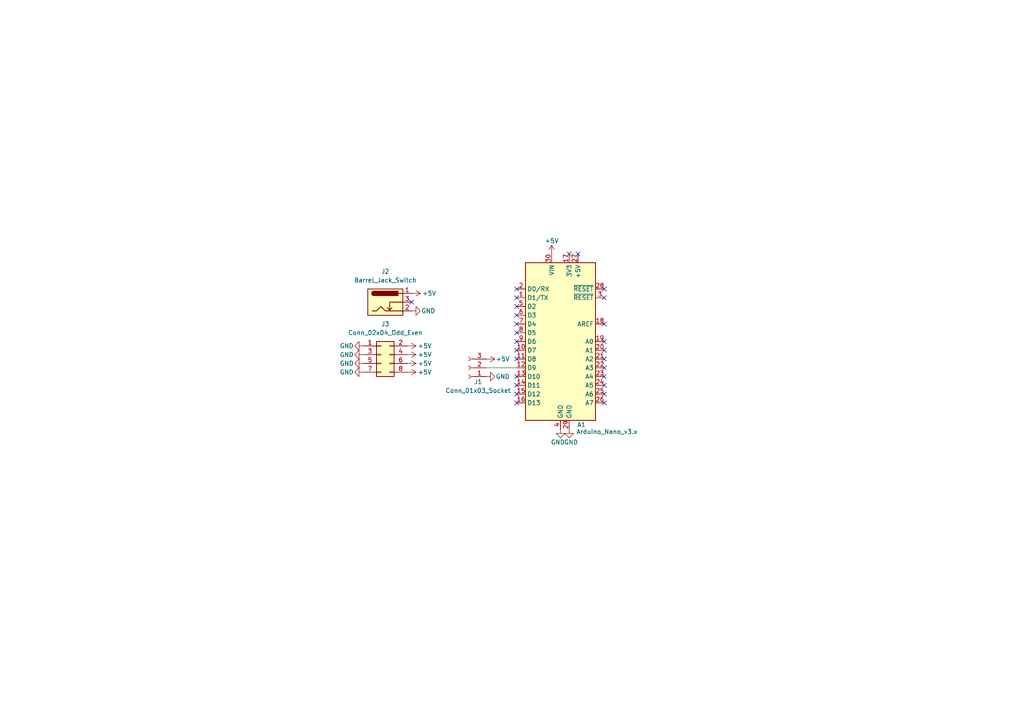
<source format=kicad_sch>
(kicad_sch
	(version 20250114)
	(generator "eeschema")
	(generator_version "9.0")
	(uuid "f20a69de-f8b5-41be-ae38-89a0610ad920")
	(paper "A4")
	(lib_symbols
		(symbol "Connector:Barrel_Jack_Switch"
			(pin_names
				(hide yes)
			)
			(exclude_from_sim no)
			(in_bom yes)
			(on_board yes)
			(property "Reference" "J"
				(at 0 5.334 0)
				(effects
					(font
						(size 1.27 1.27)
					)
				)
			)
			(property "Value" "Barrel_Jack_Switch"
				(at 0 -5.08 0)
				(effects
					(font
						(size 1.27 1.27)
					)
				)
			)
			(property "Footprint" ""
				(at 1.27 -1.016 0)
				(effects
					(font
						(size 1.27 1.27)
					)
					(hide yes)
				)
			)
			(property "Datasheet" "~"
				(at 1.27 -1.016 0)
				(effects
					(font
						(size 1.27 1.27)
					)
					(hide yes)
				)
			)
			(property "Description" "DC Barrel Jack with an internal switch"
				(at 0 0 0)
				(effects
					(font
						(size 1.27 1.27)
					)
					(hide yes)
				)
			)
			(property "ki_keywords" "DC power barrel jack connector"
				(at 0 0 0)
				(effects
					(font
						(size 1.27 1.27)
					)
					(hide yes)
				)
			)
			(property "ki_fp_filters" "BarrelJack*"
				(at 0 0 0)
				(effects
					(font
						(size 1.27 1.27)
					)
					(hide yes)
				)
			)
			(symbol "Barrel_Jack_Switch_0_1"
				(rectangle
					(start -5.08 3.81)
					(end 5.08 -3.81)
					(stroke
						(width 0.254)
						(type default)
					)
					(fill
						(type background)
					)
				)
				(polyline
					(pts
						(xy -3.81 -2.54) (xy -2.54 -2.54) (xy -1.27 -1.27) (xy 0 -2.54) (xy 2.54 -2.54) (xy 5.08 -2.54)
					)
					(stroke
						(width 0.254)
						(type default)
					)
					(fill
						(type none)
					)
				)
				(arc
					(start -3.302 1.905)
					(mid -3.9343 2.54)
					(end -3.302 3.175)
					(stroke
						(width 0.254)
						(type default)
					)
					(fill
						(type none)
					)
				)
				(arc
					(start -3.302 1.905)
					(mid -3.9343 2.54)
					(end -3.302 3.175)
					(stroke
						(width 0.254)
						(type default)
					)
					(fill
						(type outline)
					)
				)
				(polyline
					(pts
						(xy 1.27 -2.286) (xy 1.905 -1.651)
					)
					(stroke
						(width 0.254)
						(type default)
					)
					(fill
						(type none)
					)
				)
				(rectangle
					(start 3.683 3.175)
					(end -3.302 1.905)
					(stroke
						(width 0.254)
						(type default)
					)
					(fill
						(type outline)
					)
				)
				(polyline
					(pts
						(xy 5.08 2.54) (xy 3.81 2.54)
					)
					(stroke
						(width 0.254)
						(type default)
					)
					(fill
						(type none)
					)
				)
				(polyline
					(pts
						(xy 5.08 0) (xy 1.27 0) (xy 1.27 -2.286) (xy 0.635 -1.651)
					)
					(stroke
						(width 0.254)
						(type default)
					)
					(fill
						(type none)
					)
				)
			)
			(symbol "Barrel_Jack_Switch_1_1"
				(pin passive line
					(at 7.62 2.54 180)
					(length 2.54)
					(name "~"
						(effects
							(font
								(size 1.27 1.27)
							)
						)
					)
					(number "1"
						(effects
							(font
								(size 1.27 1.27)
							)
						)
					)
				)
				(pin passive line
					(at 7.62 0 180)
					(length 2.54)
					(name "~"
						(effects
							(font
								(size 1.27 1.27)
							)
						)
					)
					(number "3"
						(effects
							(font
								(size 1.27 1.27)
							)
						)
					)
				)
				(pin passive line
					(at 7.62 -2.54 180)
					(length 2.54)
					(name "~"
						(effects
							(font
								(size 1.27 1.27)
							)
						)
					)
					(number "2"
						(effects
							(font
								(size 1.27 1.27)
							)
						)
					)
				)
			)
			(embedded_fonts no)
		)
		(symbol "Connector:Conn_01x03_Socket"
			(pin_names
				(offset 1.016)
				(hide yes)
			)
			(exclude_from_sim no)
			(in_bom yes)
			(on_board yes)
			(property "Reference" "J"
				(at 0 5.08 0)
				(effects
					(font
						(size 1.27 1.27)
					)
				)
			)
			(property "Value" "Conn_01x03_Socket"
				(at 0 -5.08 0)
				(effects
					(font
						(size 1.27 1.27)
					)
				)
			)
			(property "Footprint" ""
				(at 0 0 0)
				(effects
					(font
						(size 1.27 1.27)
					)
					(hide yes)
				)
			)
			(property "Datasheet" "~"
				(at 0 0 0)
				(effects
					(font
						(size 1.27 1.27)
					)
					(hide yes)
				)
			)
			(property "Description" "Generic connector, single row, 01x03, script generated"
				(at 0 0 0)
				(effects
					(font
						(size 1.27 1.27)
					)
					(hide yes)
				)
			)
			(property "ki_locked" ""
				(at 0 0 0)
				(effects
					(font
						(size 1.27 1.27)
					)
				)
			)
			(property "ki_keywords" "connector"
				(at 0 0 0)
				(effects
					(font
						(size 1.27 1.27)
					)
					(hide yes)
				)
			)
			(property "ki_fp_filters" "Connector*:*_1x??_*"
				(at 0 0 0)
				(effects
					(font
						(size 1.27 1.27)
					)
					(hide yes)
				)
			)
			(symbol "Conn_01x03_Socket_1_1"
				(polyline
					(pts
						(xy -1.27 2.54) (xy -0.508 2.54)
					)
					(stroke
						(width 0.1524)
						(type default)
					)
					(fill
						(type none)
					)
				)
				(polyline
					(pts
						(xy -1.27 0) (xy -0.508 0)
					)
					(stroke
						(width 0.1524)
						(type default)
					)
					(fill
						(type none)
					)
				)
				(polyline
					(pts
						(xy -1.27 -2.54) (xy -0.508 -2.54)
					)
					(stroke
						(width 0.1524)
						(type default)
					)
					(fill
						(type none)
					)
				)
				(arc
					(start 0 2.032)
					(mid -0.5058 2.54)
					(end 0 3.048)
					(stroke
						(width 0.1524)
						(type default)
					)
					(fill
						(type none)
					)
				)
				(arc
					(start 0 -0.508)
					(mid -0.5058 0)
					(end 0 0.508)
					(stroke
						(width 0.1524)
						(type default)
					)
					(fill
						(type none)
					)
				)
				(arc
					(start 0 -3.048)
					(mid -0.5058 -2.54)
					(end 0 -2.032)
					(stroke
						(width 0.1524)
						(type default)
					)
					(fill
						(type none)
					)
				)
				(pin passive line
					(at -5.08 2.54 0)
					(length 3.81)
					(name "Pin_1"
						(effects
							(font
								(size 1.27 1.27)
							)
						)
					)
					(number "1"
						(effects
							(font
								(size 1.27 1.27)
							)
						)
					)
				)
				(pin passive line
					(at -5.08 0 0)
					(length 3.81)
					(name "Pin_2"
						(effects
							(font
								(size 1.27 1.27)
							)
						)
					)
					(number "2"
						(effects
							(font
								(size 1.27 1.27)
							)
						)
					)
				)
				(pin passive line
					(at -5.08 -2.54 0)
					(length 3.81)
					(name "Pin_3"
						(effects
							(font
								(size 1.27 1.27)
							)
						)
					)
					(number "3"
						(effects
							(font
								(size 1.27 1.27)
							)
						)
					)
				)
			)
			(embedded_fonts no)
		)
		(symbol "Connector_Generic:Conn_02x04_Odd_Even"
			(pin_names
				(offset 1.016)
				(hide yes)
			)
			(exclude_from_sim no)
			(in_bom yes)
			(on_board yes)
			(property "Reference" "J"
				(at 1.27 5.08 0)
				(effects
					(font
						(size 1.27 1.27)
					)
				)
			)
			(property "Value" "Conn_02x04_Odd_Even"
				(at 1.27 -7.62 0)
				(effects
					(font
						(size 1.27 1.27)
					)
				)
			)
			(property "Footprint" ""
				(at 0 0 0)
				(effects
					(font
						(size 1.27 1.27)
					)
					(hide yes)
				)
			)
			(property "Datasheet" "~"
				(at 0 0 0)
				(effects
					(font
						(size 1.27 1.27)
					)
					(hide yes)
				)
			)
			(property "Description" "Generic connector, double row, 02x04, odd/even pin numbering scheme (row 1 odd numbers, row 2 even numbers), script generated (kicad-library-utils/schlib/autogen/connector/)"
				(at 0 0 0)
				(effects
					(font
						(size 1.27 1.27)
					)
					(hide yes)
				)
			)
			(property "ki_keywords" "connector"
				(at 0 0 0)
				(effects
					(font
						(size 1.27 1.27)
					)
					(hide yes)
				)
			)
			(property "ki_fp_filters" "Connector*:*_2x??_*"
				(at 0 0 0)
				(effects
					(font
						(size 1.27 1.27)
					)
					(hide yes)
				)
			)
			(symbol "Conn_02x04_Odd_Even_1_1"
				(rectangle
					(start -1.27 3.81)
					(end 3.81 -6.35)
					(stroke
						(width 0.254)
						(type default)
					)
					(fill
						(type background)
					)
				)
				(rectangle
					(start -1.27 2.667)
					(end 0 2.413)
					(stroke
						(width 0.1524)
						(type default)
					)
					(fill
						(type none)
					)
				)
				(rectangle
					(start -1.27 0.127)
					(end 0 -0.127)
					(stroke
						(width 0.1524)
						(type default)
					)
					(fill
						(type none)
					)
				)
				(rectangle
					(start -1.27 -2.413)
					(end 0 -2.667)
					(stroke
						(width 0.1524)
						(type default)
					)
					(fill
						(type none)
					)
				)
				(rectangle
					(start -1.27 -4.953)
					(end 0 -5.207)
					(stroke
						(width 0.1524)
						(type default)
					)
					(fill
						(type none)
					)
				)
				(rectangle
					(start 3.81 2.667)
					(end 2.54 2.413)
					(stroke
						(width 0.1524)
						(type default)
					)
					(fill
						(type none)
					)
				)
				(rectangle
					(start 3.81 0.127)
					(end 2.54 -0.127)
					(stroke
						(width 0.1524)
						(type default)
					)
					(fill
						(type none)
					)
				)
				(rectangle
					(start 3.81 -2.413)
					(end 2.54 -2.667)
					(stroke
						(width 0.1524)
						(type default)
					)
					(fill
						(type none)
					)
				)
				(rectangle
					(start 3.81 -4.953)
					(end 2.54 -5.207)
					(stroke
						(width 0.1524)
						(type default)
					)
					(fill
						(type none)
					)
				)
				(pin passive line
					(at -5.08 2.54 0)
					(length 3.81)
					(name "Pin_1"
						(effects
							(font
								(size 1.27 1.27)
							)
						)
					)
					(number "1"
						(effects
							(font
								(size 1.27 1.27)
							)
						)
					)
				)
				(pin passive line
					(at -5.08 0 0)
					(length 3.81)
					(name "Pin_3"
						(effects
							(font
								(size 1.27 1.27)
							)
						)
					)
					(number "3"
						(effects
							(font
								(size 1.27 1.27)
							)
						)
					)
				)
				(pin passive line
					(at -5.08 -2.54 0)
					(length 3.81)
					(name "Pin_5"
						(effects
							(font
								(size 1.27 1.27)
							)
						)
					)
					(number "5"
						(effects
							(font
								(size 1.27 1.27)
							)
						)
					)
				)
				(pin passive line
					(at -5.08 -5.08 0)
					(length 3.81)
					(name "Pin_7"
						(effects
							(font
								(size 1.27 1.27)
							)
						)
					)
					(number "7"
						(effects
							(font
								(size 1.27 1.27)
							)
						)
					)
				)
				(pin passive line
					(at 7.62 2.54 180)
					(length 3.81)
					(name "Pin_2"
						(effects
							(font
								(size 1.27 1.27)
							)
						)
					)
					(number "2"
						(effects
							(font
								(size 1.27 1.27)
							)
						)
					)
				)
				(pin passive line
					(at 7.62 0 180)
					(length 3.81)
					(name "Pin_4"
						(effects
							(font
								(size 1.27 1.27)
							)
						)
					)
					(number "4"
						(effects
							(font
								(size 1.27 1.27)
							)
						)
					)
				)
				(pin passive line
					(at 7.62 -2.54 180)
					(length 3.81)
					(name "Pin_6"
						(effects
							(font
								(size 1.27 1.27)
							)
						)
					)
					(number "6"
						(effects
							(font
								(size 1.27 1.27)
							)
						)
					)
				)
				(pin passive line
					(at 7.62 -5.08 180)
					(length 3.81)
					(name "Pin_8"
						(effects
							(font
								(size 1.27 1.27)
							)
						)
					)
					(number "8"
						(effects
							(font
								(size 1.27 1.27)
							)
						)
					)
				)
			)
			(embedded_fonts no)
		)
		(symbol "MCU_Module:Arduino_Nano_v3.x"
			(exclude_from_sim no)
			(in_bom yes)
			(on_board yes)
			(property "Reference" "A"
				(at -10.16 23.495 0)
				(effects
					(font
						(size 1.27 1.27)
					)
					(justify left bottom)
				)
			)
			(property "Value" "Arduino_Nano_v3.x"
				(at 5.08 -24.13 0)
				(effects
					(font
						(size 1.27 1.27)
					)
					(justify left top)
				)
			)
			(property "Footprint" "Module:Arduino_Nano"
				(at 0 0 0)
				(effects
					(font
						(size 1.27 1.27)
						(italic yes)
					)
					(hide yes)
				)
			)
			(property "Datasheet" "http://www.mouser.com/pdfdocs/Gravitech_Arduino_Nano3_0.pdf"
				(at 0 0 0)
				(effects
					(font
						(size 1.27 1.27)
					)
					(hide yes)
				)
			)
			(property "Description" "Arduino Nano v3.x"
				(at 0 0 0)
				(effects
					(font
						(size 1.27 1.27)
					)
					(hide yes)
				)
			)
			(property "ki_keywords" "Arduino nano microcontroller module USB"
				(at 0 0 0)
				(effects
					(font
						(size 1.27 1.27)
					)
					(hide yes)
				)
			)
			(property "ki_fp_filters" "Arduino*Nano*"
				(at 0 0 0)
				(effects
					(font
						(size 1.27 1.27)
					)
					(hide yes)
				)
			)
			(symbol "Arduino_Nano_v3.x_0_1"
				(rectangle
					(start -10.16 22.86)
					(end 10.16 -22.86)
					(stroke
						(width 0.254)
						(type default)
					)
					(fill
						(type background)
					)
				)
			)
			(symbol "Arduino_Nano_v3.x_1_1"
				(pin bidirectional line
					(at -12.7 15.24 0)
					(length 2.54)
					(name "D0/RX"
						(effects
							(font
								(size 1.27 1.27)
							)
						)
					)
					(number "2"
						(effects
							(font
								(size 1.27 1.27)
							)
						)
					)
				)
				(pin bidirectional line
					(at -12.7 12.7 0)
					(length 2.54)
					(name "D1/TX"
						(effects
							(font
								(size 1.27 1.27)
							)
						)
					)
					(number "1"
						(effects
							(font
								(size 1.27 1.27)
							)
						)
					)
				)
				(pin bidirectional line
					(at -12.7 10.16 0)
					(length 2.54)
					(name "D2"
						(effects
							(font
								(size 1.27 1.27)
							)
						)
					)
					(number "5"
						(effects
							(font
								(size 1.27 1.27)
							)
						)
					)
				)
				(pin bidirectional line
					(at -12.7 7.62 0)
					(length 2.54)
					(name "D3"
						(effects
							(font
								(size 1.27 1.27)
							)
						)
					)
					(number "6"
						(effects
							(font
								(size 1.27 1.27)
							)
						)
					)
				)
				(pin bidirectional line
					(at -12.7 5.08 0)
					(length 2.54)
					(name "D4"
						(effects
							(font
								(size 1.27 1.27)
							)
						)
					)
					(number "7"
						(effects
							(font
								(size 1.27 1.27)
							)
						)
					)
				)
				(pin bidirectional line
					(at -12.7 2.54 0)
					(length 2.54)
					(name "D5"
						(effects
							(font
								(size 1.27 1.27)
							)
						)
					)
					(number "8"
						(effects
							(font
								(size 1.27 1.27)
							)
						)
					)
				)
				(pin bidirectional line
					(at -12.7 0 0)
					(length 2.54)
					(name "D6"
						(effects
							(font
								(size 1.27 1.27)
							)
						)
					)
					(number "9"
						(effects
							(font
								(size 1.27 1.27)
							)
						)
					)
				)
				(pin bidirectional line
					(at -12.7 -2.54 0)
					(length 2.54)
					(name "D7"
						(effects
							(font
								(size 1.27 1.27)
							)
						)
					)
					(number "10"
						(effects
							(font
								(size 1.27 1.27)
							)
						)
					)
				)
				(pin bidirectional line
					(at -12.7 -5.08 0)
					(length 2.54)
					(name "D8"
						(effects
							(font
								(size 1.27 1.27)
							)
						)
					)
					(number "11"
						(effects
							(font
								(size 1.27 1.27)
							)
						)
					)
				)
				(pin bidirectional line
					(at -12.7 -7.62 0)
					(length 2.54)
					(name "D9"
						(effects
							(font
								(size 1.27 1.27)
							)
						)
					)
					(number "12"
						(effects
							(font
								(size 1.27 1.27)
							)
						)
					)
				)
				(pin bidirectional line
					(at -12.7 -10.16 0)
					(length 2.54)
					(name "D10"
						(effects
							(font
								(size 1.27 1.27)
							)
						)
					)
					(number "13"
						(effects
							(font
								(size 1.27 1.27)
							)
						)
					)
				)
				(pin bidirectional line
					(at -12.7 -12.7 0)
					(length 2.54)
					(name "D11"
						(effects
							(font
								(size 1.27 1.27)
							)
						)
					)
					(number "14"
						(effects
							(font
								(size 1.27 1.27)
							)
						)
					)
				)
				(pin bidirectional line
					(at -12.7 -15.24 0)
					(length 2.54)
					(name "D12"
						(effects
							(font
								(size 1.27 1.27)
							)
						)
					)
					(number "15"
						(effects
							(font
								(size 1.27 1.27)
							)
						)
					)
				)
				(pin bidirectional line
					(at -12.7 -17.78 0)
					(length 2.54)
					(name "D13"
						(effects
							(font
								(size 1.27 1.27)
							)
						)
					)
					(number "16"
						(effects
							(font
								(size 1.27 1.27)
							)
						)
					)
				)
				(pin power_in line
					(at -2.54 25.4 270)
					(length 2.54)
					(name "VIN"
						(effects
							(font
								(size 1.27 1.27)
							)
						)
					)
					(number "30"
						(effects
							(font
								(size 1.27 1.27)
							)
						)
					)
				)
				(pin power_in line
					(at 0 -25.4 90)
					(length 2.54)
					(name "GND"
						(effects
							(font
								(size 1.27 1.27)
							)
						)
					)
					(number "4"
						(effects
							(font
								(size 1.27 1.27)
							)
						)
					)
				)
				(pin power_out line
					(at 2.54 25.4 270)
					(length 2.54)
					(name "3V3"
						(effects
							(font
								(size 1.27 1.27)
							)
						)
					)
					(number "17"
						(effects
							(font
								(size 1.27 1.27)
							)
						)
					)
				)
				(pin power_in line
					(at 2.54 -25.4 90)
					(length 2.54)
					(name "GND"
						(effects
							(font
								(size 1.27 1.27)
							)
						)
					)
					(number "29"
						(effects
							(font
								(size 1.27 1.27)
							)
						)
					)
				)
				(pin power_out line
					(at 5.08 25.4 270)
					(length 2.54)
					(name "+5V"
						(effects
							(font
								(size 1.27 1.27)
							)
						)
					)
					(number "27"
						(effects
							(font
								(size 1.27 1.27)
							)
						)
					)
				)
				(pin input line
					(at 12.7 15.24 180)
					(length 2.54)
					(name "~{RESET}"
						(effects
							(font
								(size 1.27 1.27)
							)
						)
					)
					(number "28"
						(effects
							(font
								(size 1.27 1.27)
							)
						)
					)
				)
				(pin input line
					(at 12.7 12.7 180)
					(length 2.54)
					(name "~{RESET}"
						(effects
							(font
								(size 1.27 1.27)
							)
						)
					)
					(number "3"
						(effects
							(font
								(size 1.27 1.27)
							)
						)
					)
				)
				(pin input line
					(at 12.7 5.08 180)
					(length 2.54)
					(name "AREF"
						(effects
							(font
								(size 1.27 1.27)
							)
						)
					)
					(number "18"
						(effects
							(font
								(size 1.27 1.27)
							)
						)
					)
				)
				(pin bidirectional line
					(at 12.7 0 180)
					(length 2.54)
					(name "A0"
						(effects
							(font
								(size 1.27 1.27)
							)
						)
					)
					(number "19"
						(effects
							(font
								(size 1.27 1.27)
							)
						)
					)
				)
				(pin bidirectional line
					(at 12.7 -2.54 180)
					(length 2.54)
					(name "A1"
						(effects
							(font
								(size 1.27 1.27)
							)
						)
					)
					(number "20"
						(effects
							(font
								(size 1.27 1.27)
							)
						)
					)
				)
				(pin bidirectional line
					(at 12.7 -5.08 180)
					(length 2.54)
					(name "A2"
						(effects
							(font
								(size 1.27 1.27)
							)
						)
					)
					(number "21"
						(effects
							(font
								(size 1.27 1.27)
							)
						)
					)
				)
				(pin bidirectional line
					(at 12.7 -7.62 180)
					(length 2.54)
					(name "A3"
						(effects
							(font
								(size 1.27 1.27)
							)
						)
					)
					(number "22"
						(effects
							(font
								(size 1.27 1.27)
							)
						)
					)
				)
				(pin bidirectional line
					(at 12.7 -10.16 180)
					(length 2.54)
					(name "A4"
						(effects
							(font
								(size 1.27 1.27)
							)
						)
					)
					(number "23"
						(effects
							(font
								(size 1.27 1.27)
							)
						)
					)
				)
				(pin bidirectional line
					(at 12.7 -12.7 180)
					(length 2.54)
					(name "A5"
						(effects
							(font
								(size 1.27 1.27)
							)
						)
					)
					(number "24"
						(effects
							(font
								(size 1.27 1.27)
							)
						)
					)
				)
				(pin bidirectional line
					(at 12.7 -15.24 180)
					(length 2.54)
					(name "A6"
						(effects
							(font
								(size 1.27 1.27)
							)
						)
					)
					(number "25"
						(effects
							(font
								(size 1.27 1.27)
							)
						)
					)
				)
				(pin bidirectional line
					(at 12.7 -17.78 180)
					(length 2.54)
					(name "A7"
						(effects
							(font
								(size 1.27 1.27)
							)
						)
					)
					(number "26"
						(effects
							(font
								(size 1.27 1.27)
							)
						)
					)
				)
			)
			(embedded_fonts no)
		)
		(symbol "power:+5V"
			(power)
			(pin_numbers
				(hide yes)
			)
			(pin_names
				(offset 0)
				(hide yes)
			)
			(exclude_from_sim no)
			(in_bom yes)
			(on_board yes)
			(property "Reference" "#PWR"
				(at 0 -3.81 0)
				(effects
					(font
						(size 1.27 1.27)
					)
					(hide yes)
				)
			)
			(property "Value" "+5V"
				(at 0 3.556 0)
				(effects
					(font
						(size 1.27 1.27)
					)
				)
			)
			(property "Footprint" ""
				(at 0 0 0)
				(effects
					(font
						(size 1.27 1.27)
					)
					(hide yes)
				)
			)
			(property "Datasheet" ""
				(at 0 0 0)
				(effects
					(font
						(size 1.27 1.27)
					)
					(hide yes)
				)
			)
			(property "Description" "Power symbol creates a global label with name \"+5V\""
				(at 0 0 0)
				(effects
					(font
						(size 1.27 1.27)
					)
					(hide yes)
				)
			)
			(property "ki_keywords" "global power"
				(at 0 0 0)
				(effects
					(font
						(size 1.27 1.27)
					)
					(hide yes)
				)
			)
			(symbol "+5V_0_1"
				(polyline
					(pts
						(xy -0.762 1.27) (xy 0 2.54)
					)
					(stroke
						(width 0)
						(type default)
					)
					(fill
						(type none)
					)
				)
				(polyline
					(pts
						(xy 0 2.54) (xy 0.762 1.27)
					)
					(stroke
						(width 0)
						(type default)
					)
					(fill
						(type none)
					)
				)
				(polyline
					(pts
						(xy 0 0) (xy 0 2.54)
					)
					(stroke
						(width 0)
						(type default)
					)
					(fill
						(type none)
					)
				)
			)
			(symbol "+5V_1_1"
				(pin power_in line
					(at 0 0 90)
					(length 0)
					(name "~"
						(effects
							(font
								(size 1.27 1.27)
							)
						)
					)
					(number "1"
						(effects
							(font
								(size 1.27 1.27)
							)
						)
					)
				)
			)
			(embedded_fonts no)
		)
		(symbol "power:GND"
			(power)
			(pin_numbers
				(hide yes)
			)
			(pin_names
				(offset 0)
				(hide yes)
			)
			(exclude_from_sim no)
			(in_bom yes)
			(on_board yes)
			(property "Reference" "#PWR"
				(at 0 -6.35 0)
				(effects
					(font
						(size 1.27 1.27)
					)
					(hide yes)
				)
			)
			(property "Value" "GND"
				(at 0 -3.81 0)
				(effects
					(font
						(size 1.27 1.27)
					)
				)
			)
			(property "Footprint" ""
				(at 0 0 0)
				(effects
					(font
						(size 1.27 1.27)
					)
					(hide yes)
				)
			)
			(property "Datasheet" ""
				(at 0 0 0)
				(effects
					(font
						(size 1.27 1.27)
					)
					(hide yes)
				)
			)
			(property "Description" "Power symbol creates a global label with name \"GND\" , ground"
				(at 0 0 0)
				(effects
					(font
						(size 1.27 1.27)
					)
					(hide yes)
				)
			)
			(property "ki_keywords" "global power"
				(at 0 0 0)
				(effects
					(font
						(size 1.27 1.27)
					)
					(hide yes)
				)
			)
			(symbol "GND_0_1"
				(polyline
					(pts
						(xy 0 0) (xy 0 -1.27) (xy 1.27 -1.27) (xy 0 -2.54) (xy -1.27 -1.27) (xy 0 -1.27)
					)
					(stroke
						(width 0)
						(type default)
					)
					(fill
						(type none)
					)
				)
			)
			(symbol "GND_1_1"
				(pin power_in line
					(at 0 0 270)
					(length 0)
					(name "~"
						(effects
							(font
								(size 1.27 1.27)
							)
						)
					)
					(number "1"
						(effects
							(font
								(size 1.27 1.27)
							)
						)
					)
				)
			)
			(embedded_fonts no)
		)
	)
	(no_connect
		(at 175.26 116.84)
		(uuid "058a55ef-c071-453f-b135-8ce133a6d221")
	)
	(no_connect
		(at 149.86 104.14)
		(uuid "05c6daca-d58d-482f-abe1-b014b474bbe2")
	)
	(no_connect
		(at 149.86 114.3)
		(uuid "066e3cd9-3b80-4c17-873f-1e669d44b986")
	)
	(no_connect
		(at 165.1 73.66)
		(uuid "0a36036d-e7a4-48e7-a592-9f33cb61581b")
	)
	(no_connect
		(at 175.26 101.6)
		(uuid "0b5c7782-72d7-4f77-bf5e-c330bf87b9d0")
	)
	(no_connect
		(at 149.86 83.82)
		(uuid "1043a2bc-2412-4ea8-9d5b-c83664701d4b")
	)
	(no_connect
		(at 149.86 101.6)
		(uuid "22790f8b-b693-42e7-a9de-07d22b5d71ba")
	)
	(no_connect
		(at 149.86 88.9)
		(uuid "2c0c5c08-3798-40a9-bdd7-ddf39dbd6d4d")
	)
	(no_connect
		(at 149.86 91.44)
		(uuid "2e25a091-da50-4ba3-b157-f9fecb096e81")
	)
	(no_connect
		(at 149.86 109.22)
		(uuid "37e7a6f3-691d-4528-8775-0b4a57214e88")
	)
	(no_connect
		(at 175.26 86.36)
		(uuid "3e701ab6-4fc1-454c-a107-3f89ab728cc7")
	)
	(no_connect
		(at 149.86 116.84)
		(uuid "4067389e-a519-47f3-8393-d1408b42b64a")
	)
	(no_connect
		(at 149.86 96.52)
		(uuid "40b91ef4-99fa-4c18-8964-3b758d324eda")
	)
	(no_connect
		(at 149.86 86.36)
		(uuid "95104920-52f6-4f71-9b70-a76e612750e6")
	)
	(no_connect
		(at 167.64 73.66)
		(uuid "962c91a4-0837-4b4e-90b4-029d1cdc710b")
	)
	(no_connect
		(at 175.26 99.06)
		(uuid "9944be83-32bc-47c3-9a0c-585fe68a8f56")
	)
	(no_connect
		(at 149.86 99.06)
		(uuid "9f4edfbf-f03e-4bed-9e3e-b02e4db61de8")
	)
	(no_connect
		(at 119.38 87.63)
		(uuid "a5488029-c391-4a31-8c1b-6754bdeff101")
	)
	(no_connect
		(at 175.26 114.3)
		(uuid "af92fd81-7179-4b60-96c4-49dd44b81f47")
	)
	(no_connect
		(at 175.26 104.14)
		(uuid "b272481a-b827-421a-ae06-894b1e9c0421")
	)
	(no_connect
		(at 175.26 109.22)
		(uuid "bcf0b754-845b-4787-b903-7a1add6aea26")
	)
	(no_connect
		(at 149.86 111.76)
		(uuid "d3bb9c20-a9c5-40c7-bb08-024c5c50417e")
	)
	(no_connect
		(at 175.26 111.76)
		(uuid "d7b78033-a9f0-4028-b57a-0590eb7a8b66")
	)
	(no_connect
		(at 175.26 93.98)
		(uuid "dac3840a-e796-473b-b9fe-5dca42abb3d3")
	)
	(no_connect
		(at 175.26 83.82)
		(uuid "dd89d1ed-4414-467a-9bf7-4d3749a1f19b")
	)
	(no_connect
		(at 175.26 106.68)
		(uuid "ed0e2774-2385-4d9c-a891-10df2adc2ac0")
	)
	(no_connect
		(at 149.86 93.98)
		(uuid "ed8856a7-4be6-4233-b777-1557412cac66")
	)
	(wire
		(pts
			(xy 140.97 106.68) (xy 149.86 106.68)
		)
		(stroke
			(width 0)
			(type default)
		)
		(uuid "7449b998-0c68-4884-9ee8-4e7005383918")
	)
	(symbol
		(lib_id "power:+5V")
		(at 118.11 105.41 270)
		(unit 1)
		(exclude_from_sim no)
		(in_bom yes)
		(on_board yes)
		(dnp no)
		(uuid "10c99e1c-aa83-4f0b-9cf4-2fb3b0fb013e")
		(property "Reference" "#PWR010"
			(at 114.3 105.41 0)
			(effects
				(font
					(size 1.27 1.27)
				)
				(hide yes)
			)
		)
		(property "Value" "+5V"
			(at 121.158 105.41 90)
			(effects
				(font
					(size 1.27 1.27)
				)
				(justify left)
			)
		)
		(property "Footprint" ""
			(at 118.11 105.41 0)
			(effects
				(font
					(size 1.27 1.27)
				)
				(hide yes)
			)
		)
		(property "Datasheet" ""
			(at 118.11 105.41 0)
			(effects
				(font
					(size 1.27 1.27)
				)
				(hide yes)
			)
		)
		(property "Description" "Power symbol creates a global label with name \"+5V\""
			(at 118.11 105.41 0)
			(effects
				(font
					(size 1.27 1.27)
				)
				(hide yes)
			)
		)
		(pin "1"
			(uuid "b9773d36-1a2d-4e99-a1aa-e49e64a66744")
		)
		(instances
			(project "LED_Matrix_Schem"
				(path "/f20a69de-f8b5-41be-ae38-89a0610ad920"
					(reference "#PWR010")
					(unit 1)
				)
			)
		)
	)
	(symbol
		(lib_id "power:GND")
		(at 105.41 100.33 270)
		(unit 1)
		(exclude_from_sim no)
		(in_bom yes)
		(on_board yes)
		(dnp no)
		(uuid "23faf79d-01f8-44cf-94e7-85cbf2ea5e2e")
		(property "Reference" "#PWR013"
			(at 99.06 100.33 0)
			(effects
				(font
					(size 1.27 1.27)
				)
				(hide yes)
			)
		)
		(property "Value" "GND"
			(at 102.616 100.33 90)
			(effects
				(font
					(size 1.27 1.27)
				)
				(justify right)
			)
		)
		(property "Footprint" ""
			(at 105.41 100.33 0)
			(effects
				(font
					(size 1.27 1.27)
				)
				(hide yes)
			)
		)
		(property "Datasheet" ""
			(at 105.41 100.33 0)
			(effects
				(font
					(size 1.27 1.27)
				)
				(hide yes)
			)
		)
		(property "Description" "Power symbol creates a global label with name \"GND\" , ground"
			(at 105.41 100.33 0)
			(effects
				(font
					(size 1.27 1.27)
				)
				(hide yes)
			)
		)
		(pin "1"
			(uuid "415d85bc-0da0-4414-ba8b-60b726e2b0f4")
		)
		(instances
			(project "LED_Matrix_Schem"
				(path "/f20a69de-f8b5-41be-ae38-89a0610ad920"
					(reference "#PWR013")
					(unit 1)
				)
			)
		)
	)
	(symbol
		(lib_id "power:+5V")
		(at 140.97 104.14 270)
		(unit 1)
		(exclude_from_sim no)
		(in_bom yes)
		(on_board yes)
		(dnp no)
		(uuid "24b9428f-e450-486a-acf8-ee80d3b550dc")
		(property "Reference" "#PWR06"
			(at 137.16 104.14 0)
			(effects
				(font
					(size 1.27 1.27)
				)
				(hide yes)
			)
		)
		(property "Value" "+5V"
			(at 143.764 104.14 90)
			(effects
				(font
					(size 1.27 1.27)
				)
				(justify left)
			)
		)
		(property "Footprint" ""
			(at 140.97 104.14 0)
			(effects
				(font
					(size 1.27 1.27)
				)
				(hide yes)
			)
		)
		(property "Datasheet" ""
			(at 140.97 104.14 0)
			(effects
				(font
					(size 1.27 1.27)
				)
				(hide yes)
			)
		)
		(property "Description" "Power symbol creates a global label with name \"+5V\""
			(at 140.97 104.14 0)
			(effects
				(font
					(size 1.27 1.27)
				)
				(hide yes)
			)
		)
		(pin "1"
			(uuid "1773e705-f61b-40a9-b6e9-7e2e5e0855c8")
		)
		(instances
			(project ""
				(path "/f20a69de-f8b5-41be-ae38-89a0610ad920"
					(reference "#PWR06")
					(unit 1)
				)
			)
		)
	)
	(symbol
		(lib_id "power:+5V")
		(at 118.11 100.33 270)
		(unit 1)
		(exclude_from_sim no)
		(in_bom yes)
		(on_board yes)
		(dnp no)
		(uuid "44f50458-94cb-4e55-9458-fcdd61221edf")
		(property "Reference" "#PWR08"
			(at 114.3 100.33 0)
			(effects
				(font
					(size 1.27 1.27)
				)
				(hide yes)
			)
		)
		(property "Value" "+5V"
			(at 121.158 100.33 90)
			(effects
				(font
					(size 1.27 1.27)
				)
				(justify left)
			)
		)
		(property "Footprint" ""
			(at 118.11 100.33 0)
			(effects
				(font
					(size 1.27 1.27)
				)
				(hide yes)
			)
		)
		(property "Datasheet" ""
			(at 118.11 100.33 0)
			(effects
				(font
					(size 1.27 1.27)
				)
				(hide yes)
			)
		)
		(property "Description" "Power symbol creates a global label with name \"+5V\""
			(at 118.11 100.33 0)
			(effects
				(font
					(size 1.27 1.27)
				)
				(hide yes)
			)
		)
		(pin "1"
			(uuid "6524b33f-875e-4c05-8d03-21e3efd3fa13")
		)
		(instances
			(project "LED_Matrix_Schem"
				(path "/f20a69de-f8b5-41be-ae38-89a0610ad920"
					(reference "#PWR08")
					(unit 1)
				)
			)
		)
	)
	(symbol
		(lib_id "power:GND")
		(at 165.1 124.46 0)
		(unit 1)
		(exclude_from_sim no)
		(in_bom yes)
		(on_board yes)
		(dnp no)
		(uuid "47d775e8-e0a3-460b-bff4-c0fe260aea13")
		(property "Reference" "#PWR02"
			(at 165.1 130.81 0)
			(effects
				(font
					(size 1.27 1.27)
				)
				(hide yes)
			)
		)
		(property "Value" "GND"
			(at 165.608 128.27 0)
			(effects
				(font
					(size 1.27 1.27)
				)
			)
		)
		(property "Footprint" ""
			(at 165.1 124.46 0)
			(effects
				(font
					(size 1.27 1.27)
				)
				(hide yes)
			)
		)
		(property "Datasheet" ""
			(at 165.1 124.46 0)
			(effects
				(font
					(size 1.27 1.27)
				)
				(hide yes)
			)
		)
		(property "Description" "Power symbol creates a global label with name \"GND\" , ground"
			(at 165.1 124.46 0)
			(effects
				(font
					(size 1.27 1.27)
				)
				(hide yes)
			)
		)
		(pin "1"
			(uuid "1ac35745-6d24-4521-bc2e-01d22fa32d37")
		)
		(instances
			(project ""
				(path "/f20a69de-f8b5-41be-ae38-89a0610ad920"
					(reference "#PWR02")
					(unit 1)
				)
			)
		)
	)
	(symbol
		(lib_id "Connector_Generic:Conn_02x04_Odd_Even")
		(at 110.49 102.87 0)
		(unit 1)
		(exclude_from_sim no)
		(in_bom no)
		(on_board yes)
		(dnp no)
		(fields_autoplaced yes)
		(uuid "4b3f5f4e-6683-4cdc-a95f-60a2e20576f7")
		(property "Reference" "J3"
			(at 111.76 93.98 0)
			(effects
				(font
					(size 1.27 1.27)
				)
			)
		)
		(property "Value" "Conn_02x04_Odd_Even"
			(at 111.76 96.52 0)
			(effects
				(font
					(size 1.27 1.27)
				)
			)
		)
		(property "Footprint" "Connector_PinSocket_2.54mm:PinSocket_2x04_P2.54mm_Vertical"
			(at 110.49 102.87 0)
			(effects
				(font
					(size 1.27 1.27)
				)
				(hide yes)
			)
		)
		(property "Datasheet" "~"
			(at 110.49 102.87 0)
			(effects
				(font
					(size 1.27 1.27)
				)
				(hide yes)
			)
		)
		(property "Description" "Generic connector, double row, 02x04, odd/even pin numbering scheme (row 1 odd numbers, row 2 even numbers), script generated (kicad-library-utils/schlib/autogen/connector/)"
			(at 110.49 102.87 0)
			(effects
				(font
					(size 1.27 1.27)
				)
				(hide yes)
			)
		)
		(pin "3"
			(uuid "fae77548-7557-4f71-9897-a07686d7ae91")
		)
		(pin "5"
			(uuid "cf157728-f8ae-4434-9861-120abdf6c6da")
		)
		(pin "4"
			(uuid "eb7ccf77-aa84-438b-a97a-6bdef6c2905a")
		)
		(pin "6"
			(uuid "f5947012-a71f-42ff-b346-8cd9a00ee7fd")
		)
		(pin "2"
			(uuid "bf22bb70-76e3-4435-9969-8a7483a38592")
		)
		(pin "1"
			(uuid "595d6ff8-9b78-445f-a4dc-f76045567db9")
		)
		(pin "8"
			(uuid "e200f92c-f015-4c59-aa8c-4a041ceff6f3")
		)
		(pin "7"
			(uuid "08394f0c-62e7-4b6d-8d84-0c881e4eb5f9")
		)
		(instances
			(project ""
				(path "/f20a69de-f8b5-41be-ae38-89a0610ad920"
					(reference "J3")
					(unit 1)
				)
			)
		)
	)
	(symbol
		(lib_id "MCU_Module:Arduino_Nano_v3.x")
		(at 162.56 99.06 0)
		(unit 1)
		(exclude_from_sim no)
		(in_bom no)
		(on_board yes)
		(dnp no)
		(uuid "5a24de66-9d06-4506-b35d-0934532ea129")
		(property "Reference" "A1"
			(at 167.386 123.19 0)
			(effects
				(font
					(size 1.27 1.27)
				)
				(justify left)
			)
		)
		(property "Value" "Arduino_Nano_v3.x"
			(at 167.132 125.222 0)
			(effects
				(font
					(size 1.27 1.27)
				)
				(justify left)
			)
		)
		(property "Footprint" "Module:Arduino_Nano"
			(at 162.56 99.06 0)
			(effects
				(font
					(size 1.27 1.27)
					(italic yes)
				)
				(hide yes)
			)
		)
		(property "Datasheet" "http://www.mouser.com/pdfdocs/Gravitech_Arduino_Nano3_0.pdf"
			(at 162.56 99.06 0)
			(effects
				(font
					(size 1.27 1.27)
				)
				(hide yes)
			)
		)
		(property "Description" "Arduino Nano v3.x"
			(at 162.56 99.06 0)
			(effects
				(font
					(size 1.27 1.27)
				)
				(hide yes)
			)
		)
		(pin "5"
			(uuid "612b4ea7-626e-4088-8e20-ea9b685c7b92")
		)
		(pin "2"
			(uuid "45c3acd7-d208-4843-870d-e6a1e6d43392")
		)
		(pin "1"
			(uuid "ac0e803c-630e-4929-8c07-cac43c320249")
		)
		(pin "10"
			(uuid "56fdd067-a4a2-4237-bd04-a82a053a2134")
		)
		(pin "12"
			(uuid "47c1a102-6a65-4c86-96a0-77e17911216f")
		)
		(pin "29"
			(uuid "02d19cc2-fb86-4b76-b269-7240a84ab15b")
		)
		(pin "17"
			(uuid "187661f2-7483-41cd-bb4a-e61957021784")
		)
		(pin "6"
			(uuid "2e1f8951-d9fc-48bb-9b66-79f85b68931f")
		)
		(pin "8"
			(uuid "77c5b2d3-4ac3-4d47-9d45-2add84b77438")
		)
		(pin "13"
			(uuid "46dacdce-7d5e-4067-8bd6-faee99b5bfbf")
		)
		(pin "14"
			(uuid "8b528046-9ef1-4116-844e-f6f99317219e")
		)
		(pin "16"
			(uuid "9c5d7e77-3dfa-4f3a-8c1d-4507ae8510ef")
		)
		(pin "9"
			(uuid "45a3d19e-4f05-4d75-bd2b-9572be01d217")
		)
		(pin "30"
			(uuid "289f34d0-6473-4c84-958f-fb47ca5ecb9b")
		)
		(pin "7"
			(uuid "515783ba-7d5d-4355-952f-56ce8a9019a9")
		)
		(pin "11"
			(uuid "741a27c6-8fe0-435f-b9df-11b9194c96c1")
		)
		(pin "15"
			(uuid "121ab711-ae11-44c2-80fc-eb90092e35a7")
		)
		(pin "4"
			(uuid "a1c11b2c-98e0-4986-b678-925dd4ab6363")
		)
		(pin "27"
			(uuid "86e82613-2c94-4190-b7cb-7e24087a5712")
		)
		(pin "28"
			(uuid "3df7c6ae-cbd4-4e39-a820-86ee0a2096dd")
		)
		(pin "3"
			(uuid "27f6b710-7956-4a6a-92c9-ef484c29fc68")
		)
		(pin "18"
			(uuid "9e3eb732-2e55-4838-9cb8-87a973499b4a")
		)
		(pin "19"
			(uuid "d2f60ad3-9e43-4ee2-a5c3-260774a11ddd")
		)
		(pin "25"
			(uuid "27405979-709d-4a39-9278-c51b1548a4a1")
		)
		(pin "22"
			(uuid "36ed62cc-71da-4012-9f0d-2b9bd5d9ecdd")
		)
		(pin "23"
			(uuid "462a7914-af2f-43bc-b5ef-e471dfaffcb9")
		)
		(pin "21"
			(uuid "7bf04abc-9308-4239-8b35-0cb4f1d610d9")
		)
		(pin "24"
			(uuid "1f0ab605-dc17-462b-b8a8-3184e353a54d")
		)
		(pin "26"
			(uuid "6b13e630-2aa1-4406-84b8-17b3f028715c")
		)
		(pin "20"
			(uuid "865ef37c-3c21-4e69-94eb-89668637de2d")
		)
		(instances
			(project ""
				(path "/f20a69de-f8b5-41be-ae38-89a0610ad920"
					(reference "A1")
					(unit 1)
				)
			)
		)
	)
	(symbol
		(lib_id "power:GND")
		(at 162.56 124.46 0)
		(unit 1)
		(exclude_from_sim no)
		(in_bom yes)
		(on_board yes)
		(dnp no)
		(uuid "6624f57d-779b-4db5-85e6-0688aea28d36")
		(property "Reference" "#PWR01"
			(at 162.56 130.81 0)
			(effects
				(font
					(size 1.27 1.27)
				)
				(hide yes)
			)
		)
		(property "Value" "GND"
			(at 161.798 128.27 0)
			(effects
				(font
					(size 1.27 1.27)
				)
			)
		)
		(property "Footprint" ""
			(at 162.56 124.46 0)
			(effects
				(font
					(size 1.27 1.27)
				)
				(hide yes)
			)
		)
		(property "Datasheet" ""
			(at 162.56 124.46 0)
			(effects
				(font
					(size 1.27 1.27)
				)
				(hide yes)
			)
		)
		(property "Description" "Power symbol creates a global label with name \"GND\" , ground"
			(at 162.56 124.46 0)
			(effects
				(font
					(size 1.27 1.27)
				)
				(hide yes)
			)
		)
		(pin "1"
			(uuid "322efc0f-dbf7-4024-8370-191510a28bd0")
		)
		(instances
			(project ""
				(path "/f20a69de-f8b5-41be-ae38-89a0610ad920"
					(reference "#PWR01")
					(unit 1)
				)
			)
		)
	)
	(symbol
		(lib_id "power:+5V")
		(at 118.11 107.95 270)
		(unit 1)
		(exclude_from_sim no)
		(in_bom yes)
		(on_board yes)
		(dnp no)
		(uuid "6955d38e-c998-4121-b628-c56cce1e5b37")
		(property "Reference" "#PWR011"
			(at 114.3 107.95 0)
			(effects
				(font
					(size 1.27 1.27)
				)
				(hide yes)
			)
		)
		(property "Value" "+5V"
			(at 121.158 107.95 90)
			(effects
				(font
					(size 1.27 1.27)
				)
				(justify left)
			)
		)
		(property "Footprint" ""
			(at 118.11 107.95 0)
			(effects
				(font
					(size 1.27 1.27)
				)
				(hide yes)
			)
		)
		(property "Datasheet" ""
			(at 118.11 107.95 0)
			(effects
				(font
					(size 1.27 1.27)
				)
				(hide yes)
			)
		)
		(property "Description" "Power symbol creates a global label with name \"+5V\""
			(at 118.11 107.95 0)
			(effects
				(font
					(size 1.27 1.27)
				)
				(hide yes)
			)
		)
		(pin "1"
			(uuid "08e92e49-d356-46ba-8c91-93eb53524a3c")
		)
		(instances
			(project "LED_Matrix_Schem"
				(path "/f20a69de-f8b5-41be-ae38-89a0610ad920"
					(reference "#PWR011")
					(unit 1)
				)
			)
		)
	)
	(symbol
		(lib_id "power:GND")
		(at 105.41 105.41 270)
		(unit 1)
		(exclude_from_sim no)
		(in_bom yes)
		(on_board yes)
		(dnp no)
		(uuid "74541da2-2b24-4d8a-a1dc-a6c556f9ec1a")
		(property "Reference" "#PWR015"
			(at 99.06 105.41 0)
			(effects
				(font
					(size 1.27 1.27)
				)
				(hide yes)
			)
		)
		(property "Value" "GND"
			(at 102.616 105.41 90)
			(effects
				(font
					(size 1.27 1.27)
				)
				(justify right)
			)
		)
		(property "Footprint" ""
			(at 105.41 105.41 0)
			(effects
				(font
					(size 1.27 1.27)
				)
				(hide yes)
			)
		)
		(property "Datasheet" ""
			(at 105.41 105.41 0)
			(effects
				(font
					(size 1.27 1.27)
				)
				(hide yes)
			)
		)
		(property "Description" "Power symbol creates a global label with name \"GND\" , ground"
			(at 105.41 105.41 0)
			(effects
				(font
					(size 1.27 1.27)
				)
				(hide yes)
			)
		)
		(pin "1"
			(uuid "6793fe1f-f84b-4423-9e6c-8558a1b74bd9")
		)
		(instances
			(project "LED_Matrix_Schem"
				(path "/f20a69de-f8b5-41be-ae38-89a0610ad920"
					(reference "#PWR015")
					(unit 1)
				)
			)
		)
	)
	(symbol
		(lib_id "Connector:Conn_01x03_Socket")
		(at 135.89 106.68 180)
		(unit 1)
		(exclude_from_sim no)
		(in_bom no)
		(on_board yes)
		(dnp no)
		(uuid "9ee9e549-5789-4576-aef1-712bbb597bad")
		(property "Reference" "J1"
			(at 138.684 110.744 0)
			(effects
				(font
					(size 1.27 1.27)
				)
			)
		)
		(property "Value" "Conn_01x03_Socket"
			(at 138.684 113.284 0)
			(effects
				(font
					(size 1.27 1.27)
				)
			)
		)
		(property "Footprint" "Connector_PinSocket_2.54mm:PinSocket_1x03_P2.54mm_Vertical"
			(at 135.89 106.68 0)
			(effects
				(font
					(size 1.27 1.27)
				)
				(hide yes)
			)
		)
		(property "Datasheet" "~"
			(at 135.89 106.68 0)
			(effects
				(font
					(size 1.27 1.27)
				)
				(hide yes)
			)
		)
		(property "Description" "Generic connector, single row, 01x03, script generated"
			(at 135.89 106.68 0)
			(effects
				(font
					(size 1.27 1.27)
				)
				(hide yes)
			)
		)
		(pin "2"
			(uuid "c147dfb1-c088-4c3b-a21a-255be9bcf71f")
		)
		(pin "1"
			(uuid "ede6ee09-471b-4515-ae10-9fbbf1e37cd2")
		)
		(pin "3"
			(uuid "378715ed-c024-4c49-bf34-011d373c51ed")
		)
		(instances
			(project ""
				(path "/f20a69de-f8b5-41be-ae38-89a0610ad920"
					(reference "J1")
					(unit 1)
				)
			)
		)
	)
	(symbol
		(lib_id "power:+5V")
		(at 160.02 73.66 0)
		(unit 1)
		(exclude_from_sim no)
		(in_bom yes)
		(on_board yes)
		(dnp no)
		(uuid "9f60b49f-ced5-4218-91cd-cdfe15b55e80")
		(property "Reference" "#PWR05"
			(at 160.02 77.47 0)
			(effects
				(font
					(size 1.27 1.27)
				)
				(hide yes)
			)
		)
		(property "Value" "+5V"
			(at 160.02 69.85 0)
			(effects
				(font
					(size 1.27 1.27)
				)
			)
		)
		(property "Footprint" ""
			(at 160.02 73.66 0)
			(effects
				(font
					(size 1.27 1.27)
				)
				(hide yes)
			)
		)
		(property "Datasheet" ""
			(at 160.02 73.66 0)
			(effects
				(font
					(size 1.27 1.27)
				)
				(hide yes)
			)
		)
		(property "Description" "Power symbol creates a global label with name \"+5V\""
			(at 160.02 73.66 0)
			(effects
				(font
					(size 1.27 1.27)
				)
				(hide yes)
			)
		)
		(pin "1"
			(uuid "7595a43a-7e13-4dce-8908-cdbbffa7f0b5")
		)
		(instances
			(project ""
				(path "/f20a69de-f8b5-41be-ae38-89a0610ad920"
					(reference "#PWR05")
					(unit 1)
				)
			)
		)
	)
	(symbol
		(lib_id "power:GND")
		(at 119.38 90.17 90)
		(unit 1)
		(exclude_from_sim no)
		(in_bom yes)
		(on_board yes)
		(dnp no)
		(uuid "b95917b5-6472-4cf4-8019-0b1f289a8412")
		(property "Reference" "#PWR04"
			(at 125.73 90.17 0)
			(effects
				(font
					(size 1.27 1.27)
				)
				(hide yes)
			)
		)
		(property "Value" "GND"
			(at 122.174 90.17 90)
			(effects
				(font
					(size 1.27 1.27)
				)
				(justify right)
			)
		)
		(property "Footprint" ""
			(at 119.38 90.17 0)
			(effects
				(font
					(size 1.27 1.27)
				)
				(hide yes)
			)
		)
		(property "Datasheet" ""
			(at 119.38 90.17 0)
			(effects
				(font
					(size 1.27 1.27)
				)
				(hide yes)
			)
		)
		(property "Description" "Power symbol creates a global label with name \"GND\" , ground"
			(at 119.38 90.17 0)
			(effects
				(font
					(size 1.27 1.27)
				)
				(hide yes)
			)
		)
		(pin "1"
			(uuid "3bb2fa70-61a2-436a-9522-9a9535f15bdb")
		)
		(instances
			(project "LED_Matrix_Schem"
				(path "/f20a69de-f8b5-41be-ae38-89a0610ad920"
					(reference "#PWR04")
					(unit 1)
				)
			)
		)
	)
	(symbol
		(lib_id "power:+5V")
		(at 119.38 85.09 270)
		(unit 1)
		(exclude_from_sim no)
		(in_bom yes)
		(on_board yes)
		(dnp no)
		(uuid "d06ed4b1-7033-4c21-8c05-7973756d83d7")
		(property "Reference" "#PWR03"
			(at 115.57 85.09 0)
			(effects
				(font
					(size 1.27 1.27)
				)
				(hide yes)
			)
		)
		(property "Value" "+5V"
			(at 122.428 85.09 90)
			(effects
				(font
					(size 1.27 1.27)
				)
				(justify left)
			)
		)
		(property "Footprint" ""
			(at 119.38 85.09 0)
			(effects
				(font
					(size 1.27 1.27)
				)
				(hide yes)
			)
		)
		(property "Datasheet" ""
			(at 119.38 85.09 0)
			(effects
				(font
					(size 1.27 1.27)
				)
				(hide yes)
			)
		)
		(property "Description" "Power symbol creates a global label with name \"+5V\""
			(at 119.38 85.09 0)
			(effects
				(font
					(size 1.27 1.27)
				)
				(hide yes)
			)
		)
		(pin "1"
			(uuid "11b22278-10e3-4624-bb4b-e55f8cac30e2")
		)
		(instances
			(project "LED_Matrix_Schem"
				(path "/f20a69de-f8b5-41be-ae38-89a0610ad920"
					(reference "#PWR03")
					(unit 1)
				)
			)
		)
	)
	(symbol
		(lib_id "power:+5V")
		(at 118.11 102.87 270)
		(unit 1)
		(exclude_from_sim no)
		(in_bom yes)
		(on_board yes)
		(dnp no)
		(uuid "d23f9e8a-18e8-4ae1-a67a-63ab53b5a9ce")
		(property "Reference" "#PWR09"
			(at 114.3 102.87 0)
			(effects
				(font
					(size 1.27 1.27)
				)
				(hide yes)
			)
		)
		(property "Value" "+5V"
			(at 121.158 102.87 90)
			(effects
				(font
					(size 1.27 1.27)
				)
				(justify left)
			)
		)
		(property "Footprint" ""
			(at 118.11 102.87 0)
			(effects
				(font
					(size 1.27 1.27)
				)
				(hide yes)
			)
		)
		(property "Datasheet" ""
			(at 118.11 102.87 0)
			(effects
				(font
					(size 1.27 1.27)
				)
				(hide yes)
			)
		)
		(property "Description" "Power symbol creates a global label with name \"+5V\""
			(at 118.11 102.87 0)
			(effects
				(font
					(size 1.27 1.27)
				)
				(hide yes)
			)
		)
		(pin "1"
			(uuid "f4120763-6cf7-4216-812d-04718a5ddc0d")
		)
		(instances
			(project "LED_Matrix_Schem"
				(path "/f20a69de-f8b5-41be-ae38-89a0610ad920"
					(reference "#PWR09")
					(unit 1)
				)
			)
		)
	)
	(symbol
		(lib_id "Connector:Barrel_Jack_Switch")
		(at 111.76 87.63 0)
		(unit 1)
		(exclude_from_sim no)
		(in_bom no)
		(on_board yes)
		(dnp no)
		(fields_autoplaced yes)
		(uuid "dab8f487-88e1-4b35-9110-3e9be7a5266c")
		(property "Reference" "J2"
			(at 111.76 78.74 0)
			(effects
				(font
					(size 1.27 1.27)
				)
			)
		)
		(property "Value" "Barrel_Jack_Switch"
			(at 111.76 81.28 0)
			(effects
				(font
					(size 1.27 1.27)
				)
			)
		)
		(property "Footprint" "Connector_BarrelJack:BarrelJack_Horizontal"
			(at 113.03 88.646 0)
			(effects
				(font
					(size 1.27 1.27)
				)
				(hide yes)
			)
		)
		(property "Datasheet" "~"
			(at 113.03 88.646 0)
			(effects
				(font
					(size 1.27 1.27)
				)
				(hide yes)
			)
		)
		(property "Description" "DC Barrel Jack with an internal switch"
			(at 111.76 87.63 0)
			(effects
				(font
					(size 1.27 1.27)
				)
				(hide yes)
			)
		)
		(pin "1"
			(uuid "d93dd699-7cfd-4ae2-b837-db87a2bbd636")
		)
		(pin "3"
			(uuid "77840e94-4516-4709-b162-80a9ed59d212")
		)
		(pin "2"
			(uuid "d516daa2-9301-4d78-98f6-e64f13baba88")
		)
		(instances
			(project ""
				(path "/f20a69de-f8b5-41be-ae38-89a0610ad920"
					(reference "J2")
					(unit 1)
				)
			)
		)
	)
	(symbol
		(lib_id "power:GND")
		(at 105.41 102.87 270)
		(unit 1)
		(exclude_from_sim no)
		(in_bom yes)
		(on_board yes)
		(dnp no)
		(uuid "deb03672-01a3-4ce5-8925-94ca477b1a18")
		(property "Reference" "#PWR014"
			(at 99.06 102.87 0)
			(effects
				(font
					(size 1.27 1.27)
				)
				(hide yes)
			)
		)
		(property "Value" "GND"
			(at 102.616 102.87 90)
			(effects
				(font
					(size 1.27 1.27)
				)
				(justify right)
			)
		)
		(property "Footprint" ""
			(at 105.41 102.87 0)
			(effects
				(font
					(size 1.27 1.27)
				)
				(hide yes)
			)
		)
		(property "Datasheet" ""
			(at 105.41 102.87 0)
			(effects
				(font
					(size 1.27 1.27)
				)
				(hide yes)
			)
		)
		(property "Description" "Power symbol creates a global label with name \"GND\" , ground"
			(at 105.41 102.87 0)
			(effects
				(font
					(size 1.27 1.27)
				)
				(hide yes)
			)
		)
		(pin "1"
			(uuid "e9915f10-a9fe-46e8-a5d8-39771c4ebd67")
		)
		(instances
			(project "LED_Matrix_Schem"
				(path "/f20a69de-f8b5-41be-ae38-89a0610ad920"
					(reference "#PWR014")
					(unit 1)
				)
			)
		)
	)
	(symbol
		(lib_id "power:GND")
		(at 140.97 109.22 90)
		(unit 1)
		(exclude_from_sim no)
		(in_bom yes)
		(on_board yes)
		(dnp no)
		(uuid "e922e12f-8aa8-4b09-99bb-637a7778afa3")
		(property "Reference" "#PWR07"
			(at 147.32 109.22 0)
			(effects
				(font
					(size 1.27 1.27)
				)
				(hide yes)
			)
		)
		(property "Value" "GND"
			(at 143.764 109.22 90)
			(effects
				(font
					(size 1.27 1.27)
				)
				(justify right)
			)
		)
		(property "Footprint" ""
			(at 140.97 109.22 0)
			(effects
				(font
					(size 1.27 1.27)
				)
				(hide yes)
			)
		)
		(property "Datasheet" ""
			(at 140.97 109.22 0)
			(effects
				(font
					(size 1.27 1.27)
				)
				(hide yes)
			)
		)
		(property "Description" "Power symbol creates a global label with name \"GND\" , ground"
			(at 140.97 109.22 0)
			(effects
				(font
					(size 1.27 1.27)
				)
				(hide yes)
			)
		)
		(pin "1"
			(uuid "9b847a0b-589f-43d8-9acc-8295f69a639d")
		)
		(instances
			(project ""
				(path "/f20a69de-f8b5-41be-ae38-89a0610ad920"
					(reference "#PWR07")
					(unit 1)
				)
			)
		)
	)
	(symbol
		(lib_id "power:GND")
		(at 105.41 107.95 270)
		(unit 1)
		(exclude_from_sim no)
		(in_bom yes)
		(on_board yes)
		(dnp no)
		(uuid "f2e5c636-b6de-4a00-9286-19784eeb0c58")
		(property "Reference" "#PWR016"
			(at 99.06 107.95 0)
			(effects
				(font
					(size 1.27 1.27)
				)
				(hide yes)
			)
		)
		(property "Value" "GND"
			(at 102.616 107.95 90)
			(effects
				(font
					(size 1.27 1.27)
				)
				(justify right)
			)
		)
		(property "Footprint" ""
			(at 105.41 107.95 0)
			(effects
				(font
					(size 1.27 1.27)
				)
				(hide yes)
			)
		)
		(property "Datasheet" ""
			(at 105.41 107.95 0)
			(effects
				(font
					(size 1.27 1.27)
				)
				(hide yes)
			)
		)
		(property "Description" "Power symbol creates a global label with name \"GND\" , ground"
			(at 105.41 107.95 0)
			(effects
				(font
					(size 1.27 1.27)
				)
				(hide yes)
			)
		)
		(pin "1"
			(uuid "7b2d1fd8-f961-42c7-be1e-f58db97d57f4")
		)
		(instances
			(project "LED_Matrix_Schem"
				(path "/f20a69de-f8b5-41be-ae38-89a0610ad920"
					(reference "#PWR016")
					(unit 1)
				)
			)
		)
	)
	(sheet_instances
		(path "/"
			(page "1")
		)
	)
	(embedded_fonts no)
)

</source>
